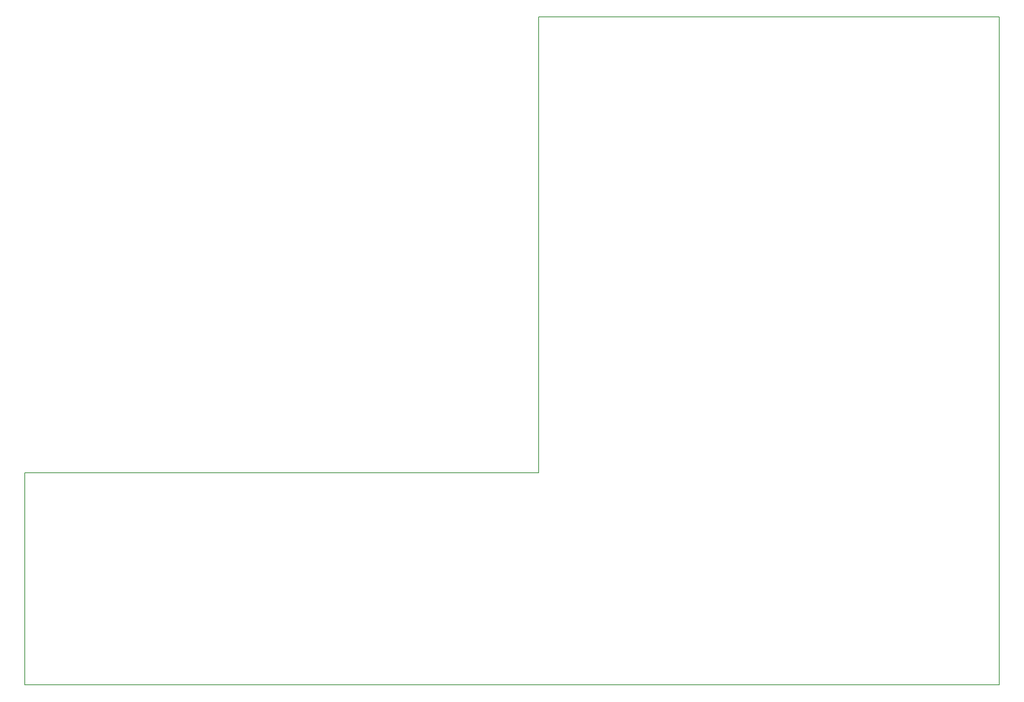
<source format=gbr>
%TF.GenerationSoftware,KiCad,Pcbnew,(7.0.0)*%
%TF.CreationDate,2025-01-08T14:06:24+03:30*%
%TF.ProjectId,tester interface,74657374-6572-4206-996e-746572666163,rev?*%
%TF.SameCoordinates,Original*%
%TF.FileFunction,Profile,NP*%
%FSLAX46Y46*%
G04 Gerber Fmt 4.6, Leading zero omitted, Abs format (unit mm)*
G04 Created by KiCad (PCBNEW (7.0.0)) date 2025-01-08 14:06:24*
%MOMM*%
%LPD*%
G01*
G04 APERTURE LIST*
%TA.AperFunction,Profile*%
%ADD10C,0.150000*%
%TD*%
G04 APERTURE END LIST*
D10*
X155540000Y-21120000D02*
X259540000Y-21120000D01*
X39540000Y-124120000D02*
X155540000Y-124120000D01*
X259536133Y-172116132D02*
X39540000Y-172120000D01*
X39540000Y-172120000D02*
X39540000Y-124120000D01*
X259540000Y-21120000D02*
X259536133Y-172116132D01*
X155540000Y-124120000D02*
X155540000Y-21120000D01*
M02*

</source>
